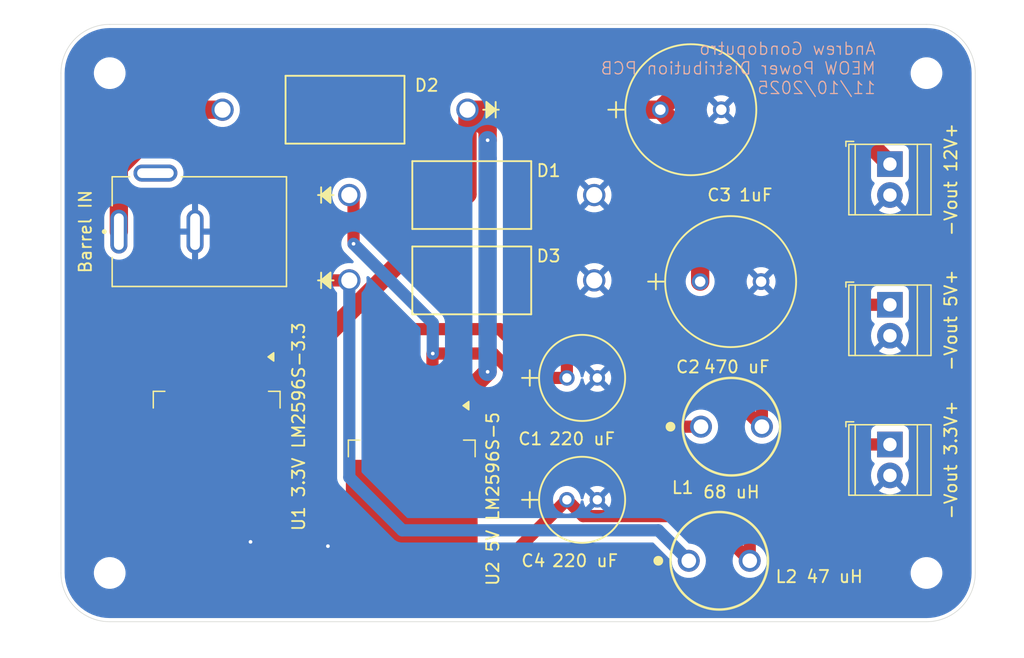
<source format=kicad_pcb>
(kicad_pcb (version 20240108) (generator "pcbnew") (generator_version "8.0")
  (layers (0 "F.Cu" signal) (31 "B.Cu" signal) (34 "B.Paste" user) (35 "F.Paste" user) (36 "B.SilkS" user "B.Silkscreen") (37 "F.SilkS" user "F.Silkscreen") (38 "B.Mask" user) (39 "F.Mask" user) (44 "Edge.Cuts" user))
  (net 0 "")
  (net 1 "Vout_3.3V")
  (net 2 "GND")
  (net 3 "Vout_12V")
  (net 4 "Net-(D1-K)")
  (net 5 "Net-(D2-A)")
  (net 6 "Net-(D3-K)")
  (net 8 "Vout_5V")
  (footprint "MountingHole:MountingHole_2.2mm_M2" (layer "F.Cu") (at 92 61)
    (property "Reference" "H4" (hide yes))
    (property "Value" "MountingHole" (hide yes))
    (pad "" np_thru_hole circle (at 0 0) (size 2.2 2.2) (drill 2.2) (layers "*.Cu" "*.Mask"))
  )
  (footprint "TerminalBlock_TE-Connectivity:TerminalBlock_TE_282834-2_1x02_P2.54mm_Horizontal" (layer "F.Cu") (at 89 39 -90)
    (property "Reference" "J4" (hide yes))
    (property "Value" "Terminal Out (Screw)" (hide yes))
    (fp_line (start -1.86 3.61) (end -1.46 3.61) (stroke (width 0.12)) (layer "F.SilkS"))
    (fp_line (start -1.62 3.37) (end 4.16 3.37) (stroke (width 0.12)) (layer "F.SilkS"))
    (fp_line (start -1.86 2.97) (end -1.86 3.61) (stroke (width 0.12)) (layer "F.SilkS"))
    (fp_line (start -1.62 2.85) (end 4.16 2.85) (stroke (width 0.12)) (layer "F.SilkS"))
    (fp_line (start -1.62 -2.25) (end 4.16 -2.25) (stroke (width 0.12)) (layer "F.SilkS"))
    (fp_line (start -1.62 -3.37) (end -1.62 3.37) (stroke (width 0.12)) (layer "F.SilkS"))
    (fp_line (start -1.62 -3.37) (end 4.16 -3.37) (stroke (width 0.12)) (layer "F.SilkS"))
    (fp_line (start 4.16 -3.37) (end 4.16 3.37) (stroke (width 0.12)) (layer "F.SilkS"))
    (fp_text user "-Vout 5V+" (at 1.27 -5 90) (layer "F.SilkS"))
    (pad "1" thru_hole rect (at 0 0 270) (size 2.1 2.1) (drill 1.1) (layers "*.Cu" "*.Mask") (net 8 "Vout_5V"))
    (pad "2" thru_hole circle (at 2.54 0 270) (size 2.1 2.1) (drill 1.1) (layers "*.Cu" "*.Mask") (net 2 "GND"))
  )
  (footprint "footprints:CR_0-E3&slash_54_VIS" (layer "F.Cu") (at 54.3472 23 180)
    (property "Reference" "D2" (at 3.3472 2 0) (layer "F.SilkS"))
    (property "Value" "1N5820")
    (fp_line (start 14.9225 2.7813) (end 14.9225 -2.7813) (stroke (width 0.1524)) (layer "F.SilkS"))
    (fp_line (start 14.9225 -2.7813) (end 5.1689 -2.7813) (stroke (width 0.1524)) (layer "F.SilkS"))
    (fp_line (start 5.1689 2.7813) (end 14.9225 2.7813) (stroke (width 0.1524)) (layer "F.SilkS"))
    (fp_line (start 5.1689 -2.7813) (end 5.1689 2.7813) (stroke (width 0.1524)) (layer "F.SilkS"))
    (fp_line (start -1.2954 0) (end -2.5654 0) (stroke (width 0.1524)) (layer "F.SilkS"))
    (fp_line (start -1.5494 -0.635) (end -1.5494 0.635) (stroke (width 0.1524)) (layer "F.SilkS"))
    (fp_line (start -2.3114 0) (end -1.5494 0.635) (stroke (width 0.1524)) (layer "F.SilkS"))
    (fp_line (start -2.3114 0) (end -1.5494 0.508) (stroke (width 0.1524)) (layer "F.SilkS"))
    (fp_line (start -2.3114 0) (end -1.5494 0.381) (stroke (width 0.1524)) (layer "F.SilkS"))
    (fp_line (start -2.3114 0) (end -1.5494 0.254) (stroke (width 0.1524)) (layer "F.SilkS"))
    (fp_line (start -2.3114 0) (end -1.5494 0.127) (stroke (width 0.1524)) (layer "F.SilkS"))
    (fp_line (start -2.3114 0) (end -1.5494 -0.127) (stroke (width 0.1524)) (layer "F.SilkS"))
    (fp_line (start -2.3114 0) (end -1.5494 -0.254) (stroke (width 0.1524)) (layer "F.SilkS"))
    (fp_line (start -2.3114 0) (end -1.5494 -0.381) (stroke (width 0.1524)) (layer "F.SilkS"))
    (fp_line (start -2.3114 0) (end -1.5494 -0.508) (stroke (width 0.1524)) (layer "F.SilkS"))
    (fp_line (start -2.3114 0) (end -1.5494 -0.635) (stroke (width 0.1524)) (layer "F.SilkS"))
    (fp_line (start -2.3114 -0.635) (end -2.3114 0.635) (stroke (width 0.1524)) (layer "F.SilkS"))
    (pad "1" thru_hole circle (at 0 0 180) (size 1.8288 1.8288) (drill 1.3208) (layers "*.Cu" "*.Mask") (net 3 "Vout_12V"))
    (pad "2" thru_hole circle (at 20.0914 0 180) (size 1.8288 1.8288) (drill 1.3208) (layers "*.Cu" "*.Mask") (net 5 "Net-(D2-A)"))
  )
  (footprint "footprints:CAP_YX_6P3X11_RUB" (layer "F.Cu") (at 62.5 55)
    (property "Reference" "C4" (at -2.75 5 0) (layer "F.SilkS"))
    (property "Value" "220 uF" (at 1.5 5 0) (layer "F.SilkS"))
    (fp_line (start -3.6776 0) (end -2.4076 0) (stroke (width 0.1524)) (layer "F.SilkS"))
    (fp_line (start -3.0426 -0.635) (end -3.0426 0.635) (stroke (width 0.1524)) (layer "F.SilkS"))
    (fp_circle (center 1.25 0) (end 4.7806 0) (stroke (width 0.1524)) (fill none) (layer "F.SilkS"))
    (pad "1" thru_hole circle (at 0 0) (size 1.27 1.27) (drill 0.762) (layers "*.Cu" "*.Mask") (net 1 "Vout_3.3V"))
    (pad "2" thru_hole circle (at 2.5 0) (size 1.27 1.27) (drill 0.762) (layers "*.Cu" "*.Mask") (net 2 "GND"))
  )
  (footprint "MountingHole:MountingHole_2.2mm_M2" (layer "F.Cu") (at 92 20)
    (property "Reference" "H3" (hide yes))
    (property "Value" "MountingHole" (hide yes))
    (pad "" np_thru_hole circle (at 0 0) (size 2.2 2.2) (drill 2.2) (layers "*.Cu" "*.Mask"))
  )
  (footprint "footprints:CAP_YX_6P3X11_RUB" (layer "F.Cu") (at 62.5 45)
    (property "Reference" "C1" (at -3 5 0) (layer "F.SilkS"))
    (property "Value" "220 uF" (at 1.25 5 0) (layer "F.SilkS"))
    (fp_line (start -3.6776 0) (end -2.4076 0) (stroke (width 0.1524)) (layer "F.SilkS"))
    (fp_line (start -3.0426 -0.635) (end -3.0426 0.635) (stroke (width 0.1524)) (layer "F.SilkS"))
    (fp_circle (center 1.25 0) (end 4.7806 0) (stroke (width 0.1524)) (fill none) (layer "F.SilkS"))
    (pad "1" thru_hole circle (at 0 0) (size 1.27 1.27) (drill 0.762) (layers "*.Cu" "*.Mask") (net 8 "Vout_5V"))
    (pad "2" thru_hole circle (at 2.5 0) (size 1.27 1.27) (drill 0.762) (layers "*.Cu" "*.Mask") (net 2 "GND"))
  )
  (footprint "MountingHole:MountingHole_2.2mm_M2" (layer "F.Cu") (at 25 20)
    (property "Reference" "H1" (hide yes))
    (property "Value" "MountingHole" (hide yes))
    (pad "" np_thru_hole circle (at 0 0) (size 2.2 2.2) (drill 2.2) (layers "*.Cu" "*.Mask"))
  )
  (footprint "footprints:CR_0-E3&slash_54_VIS" (layer "F.Cu") (at 44.6528 37)
    (property "Reference" "D3" (at 16.3472 -2 0) (layer "F.SilkS"))
    (property "Value" "1N5820")
    (fp_line (start -2.3114 -0.635) (end -2.3114 0.635) (stroke (width 0.1524)) (layer "F.SilkS"))
    (fp_line (start -2.3114 0) (end -1.5494 -0.635) (stroke (width 0.1524)) (layer "F.SilkS"))
    (fp_line (start -2.3114 0) (end -1.5494 -0.508) (stroke (width 0.1524)) (layer "F.SilkS"))
    (fp_line (start -2.3114 0) (end -1.5494 -0.381) (stroke (width 0.1524)) (layer "F.SilkS"))
    (fp_line (start -2.3114 0) (end -1.5494 -0.254) (stroke (width 0.1524)) (layer "F.SilkS"))
    (fp_line (start -2.3114 0) (end -1.5494 -0.127) (stroke (width 0.1524)) (layer "F.SilkS"))
    (fp_line (start -2.3114 0) (end -1.5494 0.127) (stroke (width 0.1524)) (layer "F.SilkS"))
    (fp_line (start -2.3114 0) (end -1.5494 0.254) (stroke (width 0.1524)) (layer "F.SilkS"))
    (fp_line (start -2.3114 0) (end -1.5494 0.381) (stroke (width 0.1524)) (layer "F.SilkS"))
    (fp_line (start -2.3114 0) (end -1.5494 0.508) (stroke (width 0.1524)) (layer "F.SilkS"))
    (fp_line (start -2.3114 0) (end -1.5494 0.635) (stroke (width 0.1524)) (layer "F.SilkS"))
    (fp_line (start -1.5494 -0.635) (end -1.5494 0.635) (stroke (width 0.1524)) (layer "F.SilkS"))
    (fp_line (start -1.2954 0) (end -2.5654 0) (stroke (width 0.1524)) (layer "F.SilkS"))
    (fp_line (start 5.1689 -2.7813) (end 5.1689 2.7813) (stroke (width 0.1524)) (layer "F.SilkS"))
    (fp_line (start 5.1689 2.7813) (end 14.9225 2.7813) (stroke (width 0.1524)) (layer "F.SilkS"))
    (fp_line (start 14.9225 -2.7813) (end 5.1689 -2.7813) (stroke (width 0.1524)) (layer "F.SilkS"))
    (fp_line (start 14.9225 2.7813) (end 14.9225 -2.7813) (stroke (width 0.1524)) (layer "F.SilkS"))
    (pad "1" thru_hole circle (at 0 0) (size 1.8288 1.8288) (drill 1.3208) (layers "*.Cu" "*.Mask") (net 6 "Net-(D3-K)"))
    (pad "2" thru_hole circle (at 20.0914 0) (size 1.8288 1.8288) (drill 1.3208) (layers "*.Cu" "*.Mask") (net 2 "GND"))
  )
  (footprint "footprints:TENSILITY_54-00166" (layer "F.Cu") (at 32 33 90)
    (property "Reference" "Barrel IN" (at 0 -9 -90) (layer "F.SilkS"))
    (property "Value" "54-00166")
    (fp_line (start 4.5 -6.8) (end 4.5 -5.37) (stroke (width 0.127)) (layer "F.SilkS"))
    (fp_line (start 2.12 -6.8) (end 4.5 -6.8) (stroke (width 0.127)) (layer "F.SilkS"))
    (fp_line (start -4.5 -6.8) (end -2.12 -6.8) (stroke (width 0.127)) (layer "F.SilkS"))
    (fp_line (start 4.5 7.5) (end 4.5 -1.13) (stroke (width 0.127)) (layer "F.SilkS"))
    (fp_line (start 4.5 7.5) (end -4.5 7.5) (stroke (width 0.127)) (layer "F.SilkS"))
    (fp_line (start -4.5 7.5) (end -4.5 -6.8) (stroke (width 0.127)) (layer "F.SilkS"))
    (fp_circle (center 0 -7.45) (end 0.1 -7.45) (stroke (width 0.2)) (fill none) (layer "F.SilkS"))
    (pad "A" thru_hole oval (at 0 -6.25 90) (size 3.6 1.4) (drill oval 3 0.8) (layers "*.Cu" "*.Mask") (net 5 "Net-(D2-A)"))
    (pad "B" thru_hole oval (at 0 0 90) (size 3.6 1.4) (drill oval 3 0.8) (layers "*.Cu" "*.Mask") (net 2 "GND"))
    (pad "C" thru_hole oval (at 4.8 -3.25 90) (size 1.4 3.6) (drill oval 0.8 3) (layers "*.Cu" "*.Mask"))
  )
  (footprint "footprints:WE-TIS_8075" (layer "F.Cu") (at 76 49)
    (property "Reference" "L1" (at -4 5 0) (layer "F.SilkS"))
    (property "Value" "68 uH" (at 0 5.365 0) (layer "F.SilkS"))
    (fp_circle (center -5 0) (end -4.8 0) (stroke (width 0.4)) (fill none) (layer "F.SilkS"))
    (fp_circle (center 0 0) (end 4 0) (stroke (width 0.2)) (fill none) (layer "F.SilkS"))
    (pad "1" thru_hole circle (at -2.5 0) (size 1.8 1.8) (drill 1.2) (layers "*.Cu" "*.Mask") (net 4 "Net-(D1-K)"))
    (pad "2" thru_hole circle (at 2.5 0) (size 1.8 1.8) (drill 1.2) (layers "*.Cu" "*.Mask") (net 8 "Vout_5V"))
  )
  (footprint "footprints:CAP_YX_10X12P5_RUB" (layer "F.Cu") (at 70.16675 23)
    (property "Reference" "C3" (at 4.83325 7 0) (layer "F.SilkS"))
    (property "Value" "1uF" (at 7.83325 7 0) (layer "F.SilkS"))
    (fp_line (start -4.2691 0) (end -2.9991 0) (stroke (width 0.1524)) (layer "F.SilkS"))
    (fp_line (start -3.6341 -0.635) (end -3.6341 0.635) (stroke (width 0.1524)) (layer "F.SilkS"))
    (fp_circle (center 2.5 0) (end 7.8721 0) (stroke (width 0.1524)) (fill none) (layer "F.SilkS"))
    (pad "1" thru_hole circle (at 0 0) (size 1.3716 1.3716) (drill 0.8636) (layers "*.Cu" "*.Mask") (net 3 "Vout_12V"))
    (pad "2" thru_hole circle (at 5 0) (size 1.3716 1.3716) (drill 0.8636) (layers "*.Cu" "*.Mask") (net 2 "GND"))
  )
  (footprint "MountingHole:MountingHole_2.2mm_M2" (layer "F.Cu") (at 25 61)
    (property "Reference" "H2" (hide yes))
    (property "Value" "MountingHole" (hide yes))
    (pad "" np_thru_hole circle (at 0 0) (size 2.2 2.2) (drill 2.2) (layers "*.Cu" "*.Mask"))
  )
  (footprint "TerminalBlock_TE-Connectivity:TerminalBlock_TE_282834-2_1x02_P2.54mm_Horizontal" (layer "F.Cu") (at 89 27.46 -90)
    (property "Reference" "J3" (hide yes))
    (property "Value" "Terminal Out (Screw)" (hide yes))
    (fp_line (start -1.86 3.61) (end -1.46 3.61) (stroke (width 0.12)) (layer "F.SilkS"))
    (fp_line (start -1.62 3.37) (end 4.16 3.37) (stroke (width 0.12)) (layer "F.SilkS"))
    (fp_line (start -1.86 2.97) (end -1.86 3.61) (stroke (width 0.12)) (layer "F.SilkS"))
    (fp_line (start -1.62 2.85) (end 4.16 2.85) (stroke (width 0.12)) (layer "F.SilkS"))
    (fp_line (start -1.62 -2.25) (end 4.16 -2.25) (stroke (width 0.12)) (layer "F.SilkS"))
    (fp_line (start -1.62 -3.37) (end -1.62 3.37) (stroke (width 0.12)) (layer "F.SilkS"))
    (fp_line (start -1.62 -3.37) (end 4.16 -3.37) (stroke (width 0.12)) (layer "F.SilkS"))
    (fp_line (start 4.16 -3.37) (end 4.16 3.37) (stroke (width 0.12)) (layer "F.SilkS"))
    (fp_text user "-Vout 12V+" (at 1.27 -5 90) (layer "F.SilkS"))
    (pad "1" thru_hole rect (at 0 0 270) (size 2.1 2.1) (drill 1.1) (layers "*.Cu" "*.Mask") (net 3 "Vout_12V"))
    (pad "2" thru_hole circle (at 2.54 0 270) (size 2.1 2.1) (drill 1.1) (layers "*.Cu" "*.Mask") (net 2 "GND"))
  )
  (footprint "footprints:CAP_YX_10X12P5_RUB" (layer "F.Cu") (at 73.4335 37.1)
    (property "Reference" "C2" (at -1 7 0) (layer "F.SilkS"))
    (property "Value" "470 uF" (at 3 7 0) (layer "F.SilkS"))
    (fp_line (start -4.2691 0) (end -2.9991 0) (stroke (width 0.1524)) (layer "F.SilkS"))
    (fp_line (start -3.6341 -0.635) (end -3.6341 0.635) (stroke (width 0.1524)) (layer "F.SilkS"))
    (fp_circle (center 2.5 0) (end 7.8721 0) (stroke (width 0.1524)) (fill none) (layer "F.SilkS"))
    (pad "1" thru_hole circle (at 0 0) (size 1.3716 1.3716) (drill 0.8636) (layers "*.Cu" "*.Mask") (net 3 "Vout_12V"))
    (pad "2" thru_hole circle (at 5 0) (size 1.3716 1.3716) (drill 0.8636) (layers "*.Cu" "*.Mask") (net 2 "GND"))
  )
  (footprint "Package_TO_SOT_SMD:TO-263-5_TabPin3" (layer "F.Cu") (at 49.775 54.925 -90)
    (property "Reference" "U2 5V LM2596S-5" (at 0 -6.65 90) (layer "F.SilkS"))
    (property "Value" "LM2596S-5")
    (fp_line (start -4.825 5.2) (end -4.825 4.25) (stroke (width 0.12)) (layer "F.SilkS"))
    (fp_line (start -3.46 5.2) (end -4.825 5.2) (stroke (width 0.12)) (layer "F.SilkS"))
    (fp_line (start -4.825 -5.2) (end -4.825 -4.25) (stroke (width 0.12)) (layer "F.SilkS"))
    (fp_line (start -3.46 -5.2) (end -4.825 -5.2) (stroke (width 0.12)) (layer "F.SilkS"))
    (fp_poly (pts (xy -7.65 -4.21) (xy -7.99 -4.68) (xy -7.31 -4.68) (xy -7.65 -4.21)) (stroke (width 0.12)) (fill solid) (layer "F.SilkS"))
    (pad "1" smd roundrect (at -7.65 -3.4 270) (size 4.6 1.1) (layers "F.Cu" "F.Paste" "F.Mask") (roundrect_rratio 0.227273) (net 3 "Vout_12V"))
    (pad "2" smd roundrect (at -7.65 -1.7 270) (size 4.6 1.1) (layers "F.Cu" "F.Paste" "F.Mask") (roundrect_rratio 0.227273) (net 4 "Net-(D1-K)"))
    (pad "3" smd roundrect (at -7.65 0 270) (size 4.6 1.1) (layers "F.Cu" "F.Paste" "F.Mask") (roundrect_rratio 0.227273) (net 2 "GND"))
    (pad "3" smd roundrect (at -0.925 -2.775 270) (size 4.55 5.25) (layers "F.Cu" "F.Paste") (roundrect_rratio 0.054945) (net 2 "GND"))
    (pad "3" smd roundrect (at -0.925 2.775 270) (size 4.55 5.25) (layers "F.Cu" "F.Paste") (roundrect_rratio 0.054945) (net 2 "GND"))
    (pad "3" smd roundrect (at 1.5 0 270) (size 9.4 10.8) (layers "F.Cu" "F.Mask") (roundrect_rratio 0.026596) (net 2 "GND"))
    (pad "3" smd roundrect (at 3.925 -2.775 270) (size 4.55 5.25) (layers "F.Cu" "F.Paste") (roundrect_rratio 0.054945) (net 2 "GND"))
    (pad "3" smd roundrect (at 3.925 2.775 270) (size 4.55 5.25) (layers "F.Cu" "F.Paste") (roundrect_rratio 0.054945) (net 2 "GND"))
    (pad "4" smd roundrect (at -7.65 1.7 270) (size 4.6 1.1) (layers "F.Cu" "F.Paste" "F.Mask") (roundrect_rratio 0.227273) (net 8 "Vout_5V"))
    (pad "5" smd roundrect (at -7.65 3.4 270) (size 4.6 1.1) (layers "F.Cu" "F.Paste" "F.Mask") (roundrect_rratio 0.227273) (net 2 "GND"))
  )
  (footprint "TerminalBlock_TE-Connectivity:TerminalBlock_TE_282834-2_1x02_P2.54mm_Horizontal" (layer "F.Cu") (at 89 50.46 -90)
    (property "Reference" "J6" (hide yes))
    (property "Value" "Terminal Out (Screw)" (hide yes))
    (fp_line (start -1.86 3.61) (end -1.46 3.61) (stroke (width 0.12)) (layer "F.SilkS"))
    (fp_line (start -1.62 3.37) (end 4.16 3.37) (stroke (width 0.12)) (layer "F.SilkS"))
    (fp_line (start -1.86 2.97) (end -1.86 3.61) (stroke (width 0.12)) (layer "F.SilkS"))
    (fp_line (start -1.62 2.85) (end 4.16 2.85) (stroke (width 0.12)) (layer "F.SilkS"))
    (fp_line (start -1.62 -2.25) (end 4.16 -2.25) (stroke (width 0.12)) (layer "F.SilkS"))
    (fp_line (start -1.62 -3.37) (end -1.62 3.37) (stroke (width 0.12)) (layer "F.SilkS"))
    (fp_line (start -1.62 -3.37) (end 4.16 -3.37) (stroke (width 0.12)) (layer "F.SilkS"))
    (fp_line (start 4.16 -3.37) (end 4.16 3.37) (stroke (width 0.12)) (layer "F.SilkS"))
    (fp_text user "-Vout 3.3V+" (at 1.27 -5 90) (layer "F.SilkS"))
    (pad "1" thru_hole rect (at 0 0 270) (size 2.1 2.1) (drill 1.1) (layers "*.Cu" "*.Mask") (net 1 "Vout_3.3V"))
    (pad "2" thru_hole circle (at 2.54 0 270) (size 2.1 2.1) (drill 1.1) (layers "*.Cu" "*.Mask") (net 2 "GND"))
  )
  (footprint "Package_TO_SOT_SMD:TO-263-5_TabPin3" (layer "F.Cu") (at 33.775 50.925 -90)
    (property "Reference" "U1 3.3V LM2596S-3.3" (at -1.925 -6.725 90) (layer "F.SilkS"))
    (property "Value" "LM2596S-3.3")
    (fp_line (start -4.825 5.2) (end -4.825 4.25) (stroke (width 0.12)) (layer "F.SilkS"))
    (fp_line (start -3.46 5.2) (end -4.825 5.2) (stroke (width 0.12)) (layer "F.SilkS"))
    (fp_line (start -4.825 -5.2) (end -4.825 -4.25) (stroke (width 0.12)) (layer "F.SilkS"))
    (fp_line (start -3.46 -5.2) (end -4.825 -5.2) (stroke (width 0.12)) (layer "F.SilkS"))
    (fp_poly (pts (xy -7.65 -4.21) (xy -7.99 -4.68) (xy -7.31 -4.68) (xy -7.65 -4.21)) (stroke (width 0.12)) (fill solid) (layer "F.SilkS"))
    (pad "1" smd roundrect (at -7.65 -3.4 270) (size 4.6 1.1) (layers "F.Cu" "F.Paste" "F.Mask") (roundrect_rratio 0.227273) (net 3 "Vout_12V"))
    (pad "2" smd roundrect (at -7.65 -1.7 270) (size 4.6 1.1) (layers "F.Cu" "F.Paste" "F.Mask") (roundrect_rratio 0.227273) (net 6 "Net-(D3-K)"))
    (pad "3" smd roundrect (at -7.65 0 270) (size 4.6 1.1) (layers "F.Cu" "F.Paste" "F.Mask") (roundrect_rratio 0.227273) (net 2 "GND"))
    (pad "3" smd roundrect (at -0.925 -2.775 270) (size 4.55 5.25) (layers "F.Cu" "F.Paste") (roundrect_rratio 0.054945) (net 2 "GND"))
    (pad "3" smd roundrect (at -0.925 2.775 270) (size 4.55 5.25) (layers "F.Cu" "F.Paste") (roundrect_rratio 0.054945) (net 2 "GND"))
    (pad "3" smd roundrect (at 1.5 0 270) (size 9.4 10.8) (layers "F.Cu" "F.Mask") (roundrect_rratio 0.026596) (net 2 "GND"))
    (pad "3" smd roundrect (at 3.925 -2.775 270) (size 4.55 5.25) (layers "F.Cu" "F.Paste") (roundrect_rratio 0.054945) (net 2 "GND"))
    (pad "3" smd roundrect (at 3.925 2.775 270) (size 4.55 5.25) (layers "F.Cu" "F.Paste") (roundrect_rratio 0.054945) (net 2 "GND"))
    (pad "4" smd roundrect (at -7.65 1.7 270) (size 4.6 1.1) (layers "F.Cu" "F.Paste" "F.Mask") (roundrect_rratio 0.227273) (net 1 "Vout_3.3V"))
    (pad "5" smd roundrect (at -7.65 3.4 270) (size 4.6 1.1) (layers "F.Cu" "F.Paste" "F.Mask") (roundrect_rratio 0.227273) (net 2 "GND"))
  )
  (footprint "footprints:WE-TIS_8075" (layer "F.Cu") (at 75 60)
    (property "Reference" "L2 47 uH" (at 8.2 1.3 0) (layer "F.SilkS"))
    (property "Value" "47uH")
    (fp_circle (center -5 0) (end -4.8 0) (stroke (width 0.4)) (fill none) (layer "F.SilkS"))
    (fp_circle (center 0 0) (end 4 0) (stroke (width 0.2)) (fill none) (layer "F.SilkS"))
    (pad "1" thru_hole circle (at -2.5 0) (size 1.8 1.8) (drill 1.2) (layers "*.Cu" "*.Mask") (net 6 "Net-(D3-K)"))
    (pad "2" thru_hole circle (at 2.5 0) (size 1.8 1.8) (drill 1.2) (layers "*.Cu" "*.Mask") (net 1 "Vout_3.3V"))
  )
  (footprint "footprints:CR_0-E3&slash_54_VIS" (layer "F.Cu") (at 44.6528 30)
    (property "Reference" "D1" (at 16.3472 -2 0) (layer "F.SilkS"))
    (property "Value" "1N5820")
    (fp_line (start -2.3114 -0.635) (end -2.3114 0.635) (stroke (width 0.1524)) (layer "F.SilkS"))
    (fp_line (start -2.3114 0) (end -1.5494 -0.635) (stroke (width 0.1524)) (layer "F.SilkS"))
    (fp_line (start -2.3114 0) (end -1.5494 -0.508) (stroke (width 0.1524)) (layer "F.SilkS"))
    (fp_line (start -2.3114 0) (end -1.5494 -0.381) (stroke (width 0.1524)) (layer "F.SilkS"))
    (fp_line (start -2.3114 0) (end -1.5494 -0.254) (stroke (width 0.1524)) (layer "F.SilkS"))
    (fp_line (start -2.3114 0) (end -1.5494 -0.127) (stroke (width 0.1524)) (layer "F.SilkS"))
    (fp_line (start -2.3114 0) (end -1.5494 0.127) (stroke (width 0.1524)) (layer "F.SilkS"))
    (fp_line (start -2.3114 0) (end -1.5494 0.254) (stroke (width 0.1524)) (layer "F.SilkS"))
    (fp_line (start -2.3114 0) (end -1.5494 0.381) (stroke (width 0.1524)) (layer "F.SilkS"))
    (fp_line (start -2.3114 0) (end -1.5494 0.508) (stroke (width 0.1524)) (layer "F.SilkS"))
    (fp_line (start -2.3114 0) (end -1.5494 0.635) (stroke (width 0.1524)) (layer "F.SilkS"))
    (fp_line (start -1.5494 -0.635) (end -1.5494 0.635) (stroke (width 0.1524)) (layer "F.SilkS"))
    (fp_line (start -1.2954 0) (end -2.5654 0) (stroke (width 0.1524)) (layer "F.SilkS"))
    (fp_line (start 5.1689 -2.7813) (end 5.1689 2.7813) (stroke (width 0.1524)) (layer "F.SilkS"))
    (fp_line (start 5.1689 2.7813) (end 14.9225 2.7813) (stroke (width 0.1524)) (layer "F.SilkS"))
    (fp_line (start 14.9225 -2.7813) (end 5.1689 -2.7813) (stroke (width 0.1524)) (layer "F.SilkS"))
    (fp_line (start 14.9225 2.7813) (end 14.9225 -2.7813) (stroke (width 0.1524)) (layer "F.SilkS"))
    (pad "1" thru_hole circle (at 0 0) (size 1.8288 1.8288) (drill 1.3208) (layers "*.Cu" "*.Mask") (net 4 "Net-(D1-K)"))
    (pad "2" thru_hole circle (at 20.0914 0) (size 1.8288 1.8288) (drill 1.3208) (layers "*.Cu" "*.Mask") (net 2 "GND"))
  )
  (gr_line (start 25 16) (end 92 16) (stroke (width 0.05)) (layer "Edge.Cuts"))
  (gr_arc (start 21 20) (mid 22.171573 17.171573) (end 25 16) (stroke (width 0.05)) (layer "Edge.Cuts"))
  (gr_arc (start 25 65) (mid 22.171573 63.828427) (end 21 61) (stroke (width 0.05)) (layer "Edge.Cuts"))
  (gr_arc (start 92 16) (mid 94.828427 17.171573) (end 96 20) (stroke (width 0.05)) (layer "Edge.Cuts"))
  (gr_line (start 21 61) (end 21 20) (stroke (width 0.05)) (layer "Edge.Cuts"))
  (gr_line (start 92 65) (end 25 65) (stroke (width 0.05)) (layer "Edge.Cuts"))
  (gr_arc (start 96 61) (mid 94.828427 63.828427) (end 92 65) (stroke (width 0.05)) (layer "Edge.Cuts"))
  (gr_line (start 96 20) (end 96 61) (stroke (width 0.05)) (layer "Edge.Cuts"))
  (gr_text "Andrew Gondoputro\nMEOW Power Distribution PCB\n11/10/2025" (at 87.9 21.8 0) (layer "B.SilkS") (effects (font (size 1 1) (thickness 0.1)) (justify left bottom mirror)))
  (segment (start 77.5 57.5) (end 84.54 50.46) (width 1) (layer "F.Cu") (net 1))
  (segment (start 73.835 56.335) (end 77.5 60) (width 1) (layer "F.Cu") (net 1))
  (segment (start 62.5 55) (end 63.835 56.335) (width 1) (layer "F.Cu") (net 1))
  (segment (start 77.5 60) (end 77.5 57.5) (width 1) (layer "F.Cu") (net 1))
  (segment (start 84.54 50.46) (end 89 50.46) (width 1) (layer "F.Cu") (net 1))
  (segment (start 32.075 40.075) (end 32.075 43.275) (width 1) (layer "F.Cu") (net 1))
  (segment (start 27.675 42.27457) (end 29.94957 40) (width 1) (layer "F.Cu") (net 1))
  (segment (start 63.835 56.335) (end 73.835 56.335) (width 1) (layer "F.Cu") (net 1))
  (segment (start 27.675 57.675) (end 27.675 42.27457) (width 1) (layer "F.Cu") (net 1))
  (segment (start 62.5 55) (end 55.675 61.825) (width 1) (layer "F.Cu") (net 1))
  (segment (start 29.94957 40) (end 32 40) (width 1) (layer "F.Cu") (net 1))
  (segment (start 32 40) (end 32.075 40.075) (width 1) (layer "F.Cu") (net 1))
  (segment (start 55.675 61.825) (end 31.825 61.825) (width 1) (layer "F.Cu") (net 1))
  (segment (start 31.825 61.825) (end 27.675 57.675) (width 1) (layer "F.Cu") (net 1))
  (segment (start 33.775 43.275) (end 33.775 47.225) (width 1) (layer "F.Cu") (net 2))
  (segment (start 47 58.85) (end 42.95 58.85) (width 1.5) (layer "F.Cu") (net 2))
  (segment (start 30.375 43.275) (end 30.375 49.375) (width 1) (layer "F.Cu") (net 2))
  (segment (start 30.375 49.375) (end 31 50) (width 1) (layer "F.Cu") (net 2))
  (segment (start 36.55 54.85) (end 36.55 58.45) (width 1.5) (layer "F.Cu") (net 2))
  (segment (start 42.95 58.85) (end 42.9 58.8) (width 1.5) (layer "F.Cu") (net 2))
  (segment (start 46.375 47.275) (end 46.375 53.375) (width 1) (layer "F.Cu") (net 2))
  (segment (start 49.775 47.275) (end 49.775 56.425) (width 1) (layer "F.Cu") (net 2))
  (segment (start 46.375 53.375) (end 47 54) (width 1) (layer "F.Cu") (net 2))
  (segment (start 33.775 47.225) (end 31 50) (width 1) (layer "F.Cu") (net 2))
  (segment (start 36.5 58.5) (end 36.55 58.45) (width 1.5) (layer "F.Cu") (net 2))
  (via (at 42.9 58.8) (size 0.7) (drill 0.3) (layers "F.Cu" "B.Cu") (net 2))
  (via (at 36.55 58.45) (size 0.7) (drill 0.3) (layers "F.Cu" "B.Cu") (net 2))
  (segment (start 41.01446 43.275) (end 54.3472 29.94226) (width 1.5) (layer "F.Cu") (net 3))
  (segment (start 54.3472 23) (end 70.16675 23) (width 1.5) (layer "F.Cu") (net 3))
  (segment (start 73.4335 37.1) (end 73.4335 26.26675) (width 1.5) (layer "F.Cu") (net 3))
  (segment (start 56 24.6528) (end 54.3472 23) (width 1.5) (layer "F.Cu") (net 3))
  (segment (start 56 25.5) (end 56 24.6528) (width 1.5) (layer "F.Cu") (net 3))
  (segment (start 53.225 47.275) (end 56 44.5) (width 1.5) (layer "F.Cu") (net 3))
  (segment (start 70.16675 23) (end 73.5 19.66675) (width 1.5) (layer "F.Cu") (net 3))
  (segment (start 54.3472 29.94226) (end 54.3472 23) (width 1.5) (layer "F.Cu") (net 3))
  (segment (start 37.175 43.275) (end 41.01446 43.275) (width 1.5) (layer "F.Cu") (net 3))
  (segment (start 53.175 47.275) (end 53.225 47.275) (width 1.5) (layer "F.Cu") (net 3))
  (segment (start 81.04 19.5) (end 89 27.46) (width 1.5) (layer "F.Cu") (net 3))
  (segment (start 73.4335 26.26675) (end 70.16675 23) (width 1.5) (layer "F.Cu") (net 3))
  (segment (start 73.5 19.66675) (end 73.5 19.5) (width 1.5) (layer "F.Cu") (net 3))
  (segment (start 73.5 19.5) (end 81.04 19.5) (width 1.5) (layer "F.Cu") (net 3))
  (via (at 56 25.5) (size 0.7) (drill 0.3) (layers "F.Cu" "B.Cu") (net 3))
  (via (at 56 44.5) (size 0.7) (drill 0.3) (layers "F.Cu" "B.Cu") (net 3))
  (segment (start 56 27) (end 56 25.5) (width 1.5) (layer "B.Cu") (net 3))
  (segment (start 56 44.5) (end 56 27) (width 1.5) (layer "B.Cu") (net 3))
  (segment (start 73.5 49) (end 62.447372 49) (width 1) (layer "F.Cu") (net 4))
  (segment (start 62.447372 49) (end 56.447372 43) (width 1) (layer "F.Cu") (net 4))
  (segment (start 51.475 47.275) (end 51.475 43.025) (width 1) (layer "F.Cu") (net 4))
  (segment (start 56.447372 43) (end 51.5 43) (width 1) (layer "F.Cu") (net 4))
  (segment (start 51.475 43.025) (end 51.5 43) (width 1) (layer "F.Cu") (net 4))
  (segment (start 45 34) (end 45 30.3472) (width 1) (layer "F.Cu") (net 4))
  (segment (start 45 30.3472) (end 44.6528 30) (width 1) (layer "F.Cu") (net 4))
  (via (at 51.5 43) (size 0.7) (drill 0.3) (layers "F.Cu" "B.Cu") (net 4))
  (via (at 45 34) (size 0.7) (drill 0.3) (layers "F.Cu" "B.Cu") (net 4))
  (segment (start 51.5 43) (end 51.5 40.5) (width 1) (layer "B.Cu") (net 4))
  (segment (start 51.5 40.5) (end 45 34) (width 1) (layer "B.Cu") (net 4))
  (segment (start 25.75 27.766548) (end 25.75 33) (width 1.5) (layer "F.Cu") (net 5))
  (segment (start 34.2558 23) (end 30.516548 23) (width 1.5) (layer "F.Cu") (net 5))
  (segment (start 30.516548 23) (end 25.75 27.766548) (width 1.5) (layer "F.Cu") (net 5))
  (segment (start 39.45 37) (end 44.6528 37) (width 1) (layer "F.Cu") (net 6))
  (segment (start 35.475 43.275) (end 35.475 40.975) (width 1) (layer "F.Cu") (net 6))
  (segment (start 35.475 40.975) (end 39.45 37) (width 1) (layer "F.Cu") (net 6))
  (segment (start 70 57.5) (end 49 57.5) (width 1) (layer "B.Cu") (net 6))
  (segment (start 44.6528 53.1528) (end 44.6528 37) (width 1) (layer "B.Cu") (net 6))
  (segment (start 72.5 60) (end 70 57.5) (width 1) (layer "B.Cu") (net 6))
  (segment (start 49 57.5) (end 44.6528 53.1528) (width 1) (layer "B.Cu") (net 6))
  (segment (start 89 39) (end 84 39) (width 1) (layer "F.Cu") (net 8))
  (segment (start 78.5 44.5) (end 78.5 49) (width 1) (layer "F.Cu") (net 8))
  (segment (start 84 39) (end 78.5 44.5) (width 1) (layer "F.Cu") (net 8))
  (segment (start 73.165 43.665) (end 69.665 43.665) (width 1) (layer "F.Cu") (net 8))
  (segment (start 78.5 49) (end 73.165 43.665) (width 1) (layer "F.Cu") (net 8))
  (segment (start 64 40) (end 62.5 41.5) (width 1) (layer "F.Cu") (net 8))
  (segment (start 62.5 45) (end 61 45) (width 1) (layer "F.Cu") (net 8))
  (segment (start 62.5 41.5) (end 62.5 45) (width 1) (layer "F.Cu") (net 8))
  (segment (start 61 45) (end 57 41) (width 1) (layer "F.Cu") (net 8))
  (segment (start 49 41) (end 48.075 41.925) (width 1) (layer "F.Cu") (net 8))
  (segment (start 66 40) (end 64 40) (width 1) (layer "F.Cu") (net 8))
  (segment (start 48.075 41.925) (end 48.075 47.275) (width 1) (layer "F.Cu") (net 8))
  (segment (start 69.665 43.665) (end 66 40) (width 1) (layer "F.Cu") (net 8))
  (segment (start 57 41) (end 49 41) (width 1) (layer "F.Cu") (net 8))
  (zone (net 2) (net_name "GND") (layer "B.Cu") (connect_pads (clearance 0.5)) (min_thickness 0.25) (fill yes (thermal_gap 0.5) (thermal_bridge_width 0.5))
    (polygon (pts (xy 100 68) (xy 100 14) (xy 17 15) (xy 16 67) (xy 42 68)))
  )
)
</source>
